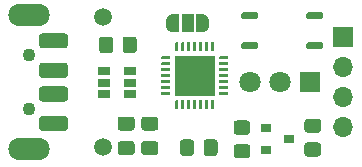
<source format=gts>
G04 #@! TF.GenerationSoftware,KiCad,Pcbnew,5.1.9+dfsg1-1+deb11u1*
G04 #@! TF.CreationDate,2023-08-09T03:16:42+03:00*
G04 #@! TF.ProjectId,PTT-USB-Cable,5054542d-5553-4422-9d43-61626c652e6b,A*
G04 #@! TF.SameCoordinates,Original*
G04 #@! TF.FileFunction,Soldermask,Top*
G04 #@! TF.FilePolarity,Negative*
%FSLAX46Y46*%
G04 Gerber Fmt 4.6, Leading zero omitted, Abs format (unit mm)*
G04 Created by KiCad (PCBNEW 5.1.9+dfsg1-1+deb11u1) date 2023-08-09 03:16:42*
%MOMM*%
%LPD*%
G01*
G04 APERTURE LIST*
%ADD10C,1.500000*%
%ADD11R,1.700000X1.700000*%
%ADD12O,1.700000X1.700000*%
%ADD13O,3.500000X1.900000*%
%ADD14C,1.100000*%
%ADD15R,3.350000X3.350000*%
%ADD16C,0.100000*%
%ADD17R,1.000000X1.500000*%
%ADD18C,1.800000*%
%ADD19R,1.800000X1.800000*%
%ADD20R,0.900000X0.800000*%
%ADD21R,1.060000X0.650000*%
G04 APERTURE END LIST*
G36*
G01*
X75750000Y-101367500D02*
X75750000Y-101092500D01*
G75*
G02*
X75887500Y-100955000I137500J0D01*
G01*
X77062500Y-100955000D01*
G75*
G02*
X77200000Y-101092500I0J-137500D01*
G01*
X77200000Y-101367500D01*
G75*
G02*
X77062500Y-101505000I-137500J0D01*
G01*
X75887500Y-101505000D01*
G75*
G02*
X75750000Y-101367500I0J137500D01*
G01*
G37*
G36*
G01*
X75750000Y-103907500D02*
X75750000Y-103632500D01*
G75*
G02*
X75887500Y-103495000I137500J0D01*
G01*
X77062500Y-103495000D01*
G75*
G02*
X77200000Y-103632500I0J-137500D01*
G01*
X77200000Y-103907500D01*
G75*
G02*
X77062500Y-104045000I-137500J0D01*
G01*
X75887500Y-104045000D01*
G75*
G02*
X75750000Y-103907500I0J137500D01*
G01*
G37*
G36*
G01*
X70250000Y-103907500D02*
X70250000Y-103632500D01*
G75*
G02*
X70387500Y-103495000I137500J0D01*
G01*
X71562500Y-103495000D01*
G75*
G02*
X71700000Y-103632500I0J-137500D01*
G01*
X71700000Y-103907500D01*
G75*
G02*
X71562500Y-104045000I-137500J0D01*
G01*
X70387500Y-104045000D01*
G75*
G02*
X70250000Y-103907500I0J137500D01*
G01*
G37*
G36*
G01*
X70250000Y-101367500D02*
X70250000Y-101092500D01*
G75*
G02*
X70387500Y-100955000I137500J0D01*
G01*
X71562500Y-100955000D01*
G75*
G02*
X71700000Y-101092500I0J-137500D01*
G01*
X71700000Y-101367500D01*
G75*
G02*
X71562500Y-101505000I-137500J0D01*
G01*
X70387500Y-101505000D01*
G75*
G02*
X70250000Y-101367500I0J137500D01*
G01*
G37*
D10*
X58500000Y-112350000D03*
X58500000Y-101350000D03*
D11*
X78900000Y-103000000D03*
D12*
X78900000Y-105540000D03*
X78900000Y-108080000D03*
X78900000Y-110620000D03*
G36*
G01*
X55600000Y-107525000D02*
X55600000Y-108175000D01*
G75*
G02*
X55275000Y-108500000I-325000J0D01*
G01*
X53425000Y-108500000D01*
G75*
G02*
X53100000Y-108175000I0J325000D01*
G01*
X53100000Y-107525000D01*
G75*
G02*
X53425000Y-107200000I325000J0D01*
G01*
X55275000Y-107200000D01*
G75*
G02*
X55600000Y-107525000I0J-325000D01*
G01*
G37*
G36*
G01*
X55600000Y-105525000D02*
X55600000Y-106175000D01*
G75*
G02*
X55275000Y-106500000I-325000J0D01*
G01*
X53425000Y-106500000D01*
G75*
G02*
X53100000Y-106175000I0J325000D01*
G01*
X53100000Y-105525000D01*
G75*
G02*
X53425000Y-105200000I325000J0D01*
G01*
X55275000Y-105200000D01*
G75*
G02*
X55600000Y-105525000I0J-325000D01*
G01*
G37*
G36*
G01*
X55600000Y-110025000D02*
X55600000Y-110675000D01*
G75*
G02*
X55275000Y-111000000I-325000J0D01*
G01*
X53425000Y-111000000D01*
G75*
G02*
X53100000Y-110675000I0J325000D01*
G01*
X53100000Y-110025000D01*
G75*
G02*
X53425000Y-109700000I325000J0D01*
G01*
X55275000Y-109700000D01*
G75*
G02*
X55600000Y-110025000I0J-325000D01*
G01*
G37*
G36*
G01*
X55600000Y-103025000D02*
X55600000Y-103675000D01*
G75*
G02*
X55275000Y-104000000I-325000J0D01*
G01*
X53425000Y-104000000D01*
G75*
G02*
X53100000Y-103675000I0J325000D01*
G01*
X53100000Y-103025000D01*
G75*
G02*
X53425000Y-102700000I325000J0D01*
G01*
X55275000Y-102700000D01*
G75*
G02*
X55600000Y-103025000I0J-325000D01*
G01*
G37*
D13*
X52300000Y-112550000D03*
X52300000Y-101150000D03*
D14*
X52300000Y-109150000D03*
X52300000Y-104550000D03*
D15*
X66300000Y-106300000D03*
G36*
G01*
X64675000Y-104187500D02*
X64675000Y-103512500D01*
G75*
G02*
X64737500Y-103450000I62500J0D01*
G01*
X64862500Y-103450000D01*
G75*
G02*
X64925000Y-103512500I0J-62500D01*
G01*
X64925000Y-104187500D01*
G75*
G02*
X64862500Y-104250000I-62500J0D01*
G01*
X64737500Y-104250000D01*
G75*
G02*
X64675000Y-104187500I0J62500D01*
G01*
G37*
G36*
G01*
X65175000Y-104187500D02*
X65175000Y-103512500D01*
G75*
G02*
X65237500Y-103450000I62500J0D01*
G01*
X65362500Y-103450000D01*
G75*
G02*
X65425000Y-103512500I0J-62500D01*
G01*
X65425000Y-104187500D01*
G75*
G02*
X65362500Y-104250000I-62500J0D01*
G01*
X65237500Y-104250000D01*
G75*
G02*
X65175000Y-104187500I0J62500D01*
G01*
G37*
G36*
G01*
X65675000Y-104187500D02*
X65675000Y-103512500D01*
G75*
G02*
X65737500Y-103450000I62500J0D01*
G01*
X65862500Y-103450000D01*
G75*
G02*
X65925000Y-103512500I0J-62500D01*
G01*
X65925000Y-104187500D01*
G75*
G02*
X65862500Y-104250000I-62500J0D01*
G01*
X65737500Y-104250000D01*
G75*
G02*
X65675000Y-104187500I0J62500D01*
G01*
G37*
G36*
G01*
X66175000Y-104187500D02*
X66175000Y-103512500D01*
G75*
G02*
X66237500Y-103450000I62500J0D01*
G01*
X66362500Y-103450000D01*
G75*
G02*
X66425000Y-103512500I0J-62500D01*
G01*
X66425000Y-104187500D01*
G75*
G02*
X66362500Y-104250000I-62500J0D01*
G01*
X66237500Y-104250000D01*
G75*
G02*
X66175000Y-104187500I0J62500D01*
G01*
G37*
G36*
G01*
X66675000Y-104187500D02*
X66675000Y-103512500D01*
G75*
G02*
X66737500Y-103450000I62500J0D01*
G01*
X66862500Y-103450000D01*
G75*
G02*
X66925000Y-103512500I0J-62500D01*
G01*
X66925000Y-104187500D01*
G75*
G02*
X66862500Y-104250000I-62500J0D01*
G01*
X66737500Y-104250000D01*
G75*
G02*
X66675000Y-104187500I0J62500D01*
G01*
G37*
G36*
G01*
X67175000Y-104187500D02*
X67175000Y-103512500D01*
G75*
G02*
X67237500Y-103450000I62500J0D01*
G01*
X67362500Y-103450000D01*
G75*
G02*
X67425000Y-103512500I0J-62500D01*
G01*
X67425000Y-104187500D01*
G75*
G02*
X67362500Y-104250000I-62500J0D01*
G01*
X67237500Y-104250000D01*
G75*
G02*
X67175000Y-104187500I0J62500D01*
G01*
G37*
G36*
G01*
X67675000Y-104187500D02*
X67675000Y-103512500D01*
G75*
G02*
X67737500Y-103450000I62500J0D01*
G01*
X67862500Y-103450000D01*
G75*
G02*
X67925000Y-103512500I0J-62500D01*
G01*
X67925000Y-104187500D01*
G75*
G02*
X67862500Y-104250000I-62500J0D01*
G01*
X67737500Y-104250000D01*
G75*
G02*
X67675000Y-104187500I0J62500D01*
G01*
G37*
G36*
G01*
X68350000Y-104862500D02*
X68350000Y-104737500D01*
G75*
G02*
X68412500Y-104675000I62500J0D01*
G01*
X69087500Y-104675000D01*
G75*
G02*
X69150000Y-104737500I0J-62500D01*
G01*
X69150000Y-104862500D01*
G75*
G02*
X69087500Y-104925000I-62500J0D01*
G01*
X68412500Y-104925000D01*
G75*
G02*
X68350000Y-104862500I0J62500D01*
G01*
G37*
G36*
G01*
X68350000Y-105362500D02*
X68350000Y-105237500D01*
G75*
G02*
X68412500Y-105175000I62500J0D01*
G01*
X69087500Y-105175000D01*
G75*
G02*
X69150000Y-105237500I0J-62500D01*
G01*
X69150000Y-105362500D01*
G75*
G02*
X69087500Y-105425000I-62500J0D01*
G01*
X68412500Y-105425000D01*
G75*
G02*
X68350000Y-105362500I0J62500D01*
G01*
G37*
G36*
G01*
X68350000Y-105862500D02*
X68350000Y-105737500D01*
G75*
G02*
X68412500Y-105675000I62500J0D01*
G01*
X69087500Y-105675000D01*
G75*
G02*
X69150000Y-105737500I0J-62500D01*
G01*
X69150000Y-105862500D01*
G75*
G02*
X69087500Y-105925000I-62500J0D01*
G01*
X68412500Y-105925000D01*
G75*
G02*
X68350000Y-105862500I0J62500D01*
G01*
G37*
G36*
G01*
X68350000Y-106362500D02*
X68350000Y-106237500D01*
G75*
G02*
X68412500Y-106175000I62500J0D01*
G01*
X69087500Y-106175000D01*
G75*
G02*
X69150000Y-106237500I0J-62500D01*
G01*
X69150000Y-106362500D01*
G75*
G02*
X69087500Y-106425000I-62500J0D01*
G01*
X68412500Y-106425000D01*
G75*
G02*
X68350000Y-106362500I0J62500D01*
G01*
G37*
G36*
G01*
X68350000Y-106862500D02*
X68350000Y-106737500D01*
G75*
G02*
X68412500Y-106675000I62500J0D01*
G01*
X69087500Y-106675000D01*
G75*
G02*
X69150000Y-106737500I0J-62500D01*
G01*
X69150000Y-106862500D01*
G75*
G02*
X69087500Y-106925000I-62500J0D01*
G01*
X68412500Y-106925000D01*
G75*
G02*
X68350000Y-106862500I0J62500D01*
G01*
G37*
G36*
G01*
X68350000Y-107362500D02*
X68350000Y-107237500D01*
G75*
G02*
X68412500Y-107175000I62500J0D01*
G01*
X69087500Y-107175000D01*
G75*
G02*
X69150000Y-107237500I0J-62500D01*
G01*
X69150000Y-107362500D01*
G75*
G02*
X69087500Y-107425000I-62500J0D01*
G01*
X68412500Y-107425000D01*
G75*
G02*
X68350000Y-107362500I0J62500D01*
G01*
G37*
G36*
G01*
X68350000Y-107862500D02*
X68350000Y-107737500D01*
G75*
G02*
X68412500Y-107675000I62500J0D01*
G01*
X69087500Y-107675000D01*
G75*
G02*
X69150000Y-107737500I0J-62500D01*
G01*
X69150000Y-107862500D01*
G75*
G02*
X69087500Y-107925000I-62500J0D01*
G01*
X68412500Y-107925000D01*
G75*
G02*
X68350000Y-107862500I0J62500D01*
G01*
G37*
G36*
G01*
X67675000Y-109087500D02*
X67675000Y-108412500D01*
G75*
G02*
X67737500Y-108350000I62500J0D01*
G01*
X67862500Y-108350000D01*
G75*
G02*
X67925000Y-108412500I0J-62500D01*
G01*
X67925000Y-109087500D01*
G75*
G02*
X67862500Y-109150000I-62500J0D01*
G01*
X67737500Y-109150000D01*
G75*
G02*
X67675000Y-109087500I0J62500D01*
G01*
G37*
G36*
G01*
X67175000Y-109087500D02*
X67175000Y-108412500D01*
G75*
G02*
X67237500Y-108350000I62500J0D01*
G01*
X67362500Y-108350000D01*
G75*
G02*
X67425000Y-108412500I0J-62500D01*
G01*
X67425000Y-109087500D01*
G75*
G02*
X67362500Y-109150000I-62500J0D01*
G01*
X67237500Y-109150000D01*
G75*
G02*
X67175000Y-109087500I0J62500D01*
G01*
G37*
G36*
G01*
X66675000Y-109087500D02*
X66675000Y-108412500D01*
G75*
G02*
X66737500Y-108350000I62500J0D01*
G01*
X66862500Y-108350000D01*
G75*
G02*
X66925000Y-108412500I0J-62500D01*
G01*
X66925000Y-109087500D01*
G75*
G02*
X66862500Y-109150000I-62500J0D01*
G01*
X66737500Y-109150000D01*
G75*
G02*
X66675000Y-109087500I0J62500D01*
G01*
G37*
G36*
G01*
X66175000Y-109087500D02*
X66175000Y-108412500D01*
G75*
G02*
X66237500Y-108350000I62500J0D01*
G01*
X66362500Y-108350000D01*
G75*
G02*
X66425000Y-108412500I0J-62500D01*
G01*
X66425000Y-109087500D01*
G75*
G02*
X66362500Y-109150000I-62500J0D01*
G01*
X66237500Y-109150000D01*
G75*
G02*
X66175000Y-109087500I0J62500D01*
G01*
G37*
G36*
G01*
X65675000Y-109087500D02*
X65675000Y-108412500D01*
G75*
G02*
X65737500Y-108350000I62500J0D01*
G01*
X65862500Y-108350000D01*
G75*
G02*
X65925000Y-108412500I0J-62500D01*
G01*
X65925000Y-109087500D01*
G75*
G02*
X65862500Y-109150000I-62500J0D01*
G01*
X65737500Y-109150000D01*
G75*
G02*
X65675000Y-109087500I0J62500D01*
G01*
G37*
G36*
G01*
X65175000Y-109087500D02*
X65175000Y-108412500D01*
G75*
G02*
X65237500Y-108350000I62500J0D01*
G01*
X65362500Y-108350000D01*
G75*
G02*
X65425000Y-108412500I0J-62500D01*
G01*
X65425000Y-109087500D01*
G75*
G02*
X65362500Y-109150000I-62500J0D01*
G01*
X65237500Y-109150000D01*
G75*
G02*
X65175000Y-109087500I0J62500D01*
G01*
G37*
G36*
G01*
X64675000Y-109087500D02*
X64675000Y-108412500D01*
G75*
G02*
X64737500Y-108350000I62500J0D01*
G01*
X64862500Y-108350000D01*
G75*
G02*
X64925000Y-108412500I0J-62500D01*
G01*
X64925000Y-109087500D01*
G75*
G02*
X64862500Y-109150000I-62500J0D01*
G01*
X64737500Y-109150000D01*
G75*
G02*
X64675000Y-109087500I0J62500D01*
G01*
G37*
G36*
G01*
X63450000Y-107862500D02*
X63450000Y-107737500D01*
G75*
G02*
X63512500Y-107675000I62500J0D01*
G01*
X64187500Y-107675000D01*
G75*
G02*
X64250000Y-107737500I0J-62500D01*
G01*
X64250000Y-107862500D01*
G75*
G02*
X64187500Y-107925000I-62500J0D01*
G01*
X63512500Y-107925000D01*
G75*
G02*
X63450000Y-107862500I0J62500D01*
G01*
G37*
G36*
G01*
X63450000Y-107362500D02*
X63450000Y-107237500D01*
G75*
G02*
X63512500Y-107175000I62500J0D01*
G01*
X64187500Y-107175000D01*
G75*
G02*
X64250000Y-107237500I0J-62500D01*
G01*
X64250000Y-107362500D01*
G75*
G02*
X64187500Y-107425000I-62500J0D01*
G01*
X63512500Y-107425000D01*
G75*
G02*
X63450000Y-107362500I0J62500D01*
G01*
G37*
G36*
G01*
X63450000Y-106862500D02*
X63450000Y-106737500D01*
G75*
G02*
X63512500Y-106675000I62500J0D01*
G01*
X64187500Y-106675000D01*
G75*
G02*
X64250000Y-106737500I0J-62500D01*
G01*
X64250000Y-106862500D01*
G75*
G02*
X64187500Y-106925000I-62500J0D01*
G01*
X63512500Y-106925000D01*
G75*
G02*
X63450000Y-106862500I0J62500D01*
G01*
G37*
G36*
G01*
X63450000Y-106362500D02*
X63450000Y-106237500D01*
G75*
G02*
X63512500Y-106175000I62500J0D01*
G01*
X64187500Y-106175000D01*
G75*
G02*
X64250000Y-106237500I0J-62500D01*
G01*
X64250000Y-106362500D01*
G75*
G02*
X64187500Y-106425000I-62500J0D01*
G01*
X63512500Y-106425000D01*
G75*
G02*
X63450000Y-106362500I0J62500D01*
G01*
G37*
G36*
G01*
X63450000Y-105862500D02*
X63450000Y-105737500D01*
G75*
G02*
X63512500Y-105675000I62500J0D01*
G01*
X64187500Y-105675000D01*
G75*
G02*
X64250000Y-105737500I0J-62500D01*
G01*
X64250000Y-105862500D01*
G75*
G02*
X64187500Y-105925000I-62500J0D01*
G01*
X63512500Y-105925000D01*
G75*
G02*
X63450000Y-105862500I0J62500D01*
G01*
G37*
G36*
G01*
X63450000Y-105362500D02*
X63450000Y-105237500D01*
G75*
G02*
X63512500Y-105175000I62500J0D01*
G01*
X64187500Y-105175000D01*
G75*
G02*
X64250000Y-105237500I0J-62500D01*
G01*
X64250000Y-105362500D01*
G75*
G02*
X64187500Y-105425000I-62500J0D01*
G01*
X63512500Y-105425000D01*
G75*
G02*
X63450000Y-105362500I0J62500D01*
G01*
G37*
G36*
G01*
X63450000Y-104862500D02*
X63450000Y-104737500D01*
G75*
G02*
X63512500Y-104675000I62500J0D01*
G01*
X64187500Y-104675000D01*
G75*
G02*
X64250000Y-104737500I0J-62500D01*
G01*
X64250000Y-104862500D01*
G75*
G02*
X64187500Y-104925000I-62500J0D01*
G01*
X63512500Y-104925000D01*
G75*
G02*
X63450000Y-104862500I0J62500D01*
G01*
G37*
D16*
G36*
X64400000Y-102599398D02*
G01*
X64375466Y-102599398D01*
X64326635Y-102594588D01*
X64278510Y-102585016D01*
X64231555Y-102570772D01*
X64186222Y-102551995D01*
X64142949Y-102528864D01*
X64102150Y-102501604D01*
X64064221Y-102470476D01*
X64029524Y-102435779D01*
X63998396Y-102397850D01*
X63971136Y-102357051D01*
X63948005Y-102313778D01*
X63929228Y-102268445D01*
X63914984Y-102221490D01*
X63905412Y-102173365D01*
X63900602Y-102124534D01*
X63900602Y-102100000D01*
X63900000Y-102100000D01*
X63900000Y-101600000D01*
X63900602Y-101600000D01*
X63900602Y-101575466D01*
X63905412Y-101526635D01*
X63914984Y-101478510D01*
X63929228Y-101431555D01*
X63948005Y-101386222D01*
X63971136Y-101342949D01*
X63998396Y-101302150D01*
X64029524Y-101264221D01*
X64064221Y-101229524D01*
X64102150Y-101198396D01*
X64142949Y-101171136D01*
X64186222Y-101148005D01*
X64231555Y-101129228D01*
X64278510Y-101114984D01*
X64326635Y-101105412D01*
X64375466Y-101100602D01*
X64400000Y-101100602D01*
X64400000Y-101100000D01*
X64950000Y-101100000D01*
X64950000Y-102600000D01*
X64400000Y-102600000D01*
X64400000Y-102599398D01*
G37*
D17*
X65700000Y-101850000D03*
D16*
G36*
X66450000Y-101100000D02*
G01*
X67000000Y-101100000D01*
X67000000Y-101100602D01*
X67024534Y-101100602D01*
X67073365Y-101105412D01*
X67121490Y-101114984D01*
X67168445Y-101129228D01*
X67213778Y-101148005D01*
X67257051Y-101171136D01*
X67297850Y-101198396D01*
X67335779Y-101229524D01*
X67370476Y-101264221D01*
X67401604Y-101302150D01*
X67428864Y-101342949D01*
X67451995Y-101386222D01*
X67470772Y-101431555D01*
X67485016Y-101478510D01*
X67494588Y-101526635D01*
X67499398Y-101575466D01*
X67499398Y-101600000D01*
X67500000Y-101600000D01*
X67500000Y-102100000D01*
X67499398Y-102100000D01*
X67499398Y-102124534D01*
X67494588Y-102173365D01*
X67485016Y-102221490D01*
X67470772Y-102268445D01*
X67451995Y-102313778D01*
X67428864Y-102357051D01*
X67401604Y-102397850D01*
X67370476Y-102435779D01*
X67335779Y-102470476D01*
X67297850Y-102501604D01*
X67257051Y-102528864D01*
X67213778Y-102551995D01*
X67168445Y-102570772D01*
X67121490Y-102585016D01*
X67073365Y-102594588D01*
X67024534Y-102599398D01*
X67000000Y-102599398D01*
X67000000Y-102600000D01*
X66450000Y-102600000D01*
X66450000Y-101100000D01*
G37*
G36*
G01*
X60025000Y-111850000D02*
X60975000Y-111850000D01*
G75*
G02*
X61225000Y-112100000I0J-250000D01*
G01*
X61225000Y-112775000D01*
G75*
G02*
X60975000Y-113025000I-250000J0D01*
G01*
X60025000Y-113025000D01*
G75*
G02*
X59775000Y-112775000I0J250000D01*
G01*
X59775000Y-112100000D01*
G75*
G02*
X60025000Y-111850000I250000J0D01*
G01*
G37*
G36*
G01*
X60025000Y-109775000D02*
X60975000Y-109775000D01*
G75*
G02*
X61225000Y-110025000I0J-250000D01*
G01*
X61225000Y-110700000D01*
G75*
G02*
X60975000Y-110950000I-250000J0D01*
G01*
X60025000Y-110950000D01*
G75*
G02*
X59775000Y-110700000I0J250000D01*
G01*
X59775000Y-110025000D01*
G75*
G02*
X60025000Y-109775000I250000J0D01*
G01*
G37*
G36*
G01*
X62025000Y-111850000D02*
X62975000Y-111850000D01*
G75*
G02*
X63225000Y-112100000I0J-250000D01*
G01*
X63225000Y-112775000D01*
G75*
G02*
X62975000Y-113025000I-250000J0D01*
G01*
X62025000Y-113025000D01*
G75*
G02*
X61775000Y-112775000I0J250000D01*
G01*
X61775000Y-112100000D01*
G75*
G02*
X62025000Y-111850000I250000J0D01*
G01*
G37*
G36*
G01*
X62025000Y-109775000D02*
X62975000Y-109775000D01*
G75*
G02*
X63225000Y-110025000I0J-250000D01*
G01*
X63225000Y-110700000D01*
G75*
G02*
X62975000Y-110950000I-250000J0D01*
G01*
X62025000Y-110950000D01*
G75*
G02*
X61775000Y-110700000I0J250000D01*
G01*
X61775000Y-110025000D01*
G75*
G02*
X62025000Y-109775000I250000J0D01*
G01*
G37*
D18*
X71020000Y-106800000D03*
X73560000Y-106800000D03*
D19*
X76100000Y-106800000D03*
D20*
X74300000Y-111650000D03*
X72300000Y-112600000D03*
X72300000Y-110700000D03*
G36*
G01*
X66250000Y-111949999D02*
X66250000Y-112850001D01*
G75*
G02*
X66000001Y-113100000I-249999J0D01*
G01*
X65299999Y-113100000D01*
G75*
G02*
X65050000Y-112850001I0J249999D01*
G01*
X65050000Y-111949999D01*
G75*
G02*
X65299999Y-111700000I249999J0D01*
G01*
X66000001Y-111700000D01*
G75*
G02*
X66250000Y-111949999I0J-249999D01*
G01*
G37*
G36*
G01*
X68250000Y-111949999D02*
X68250000Y-112850001D01*
G75*
G02*
X68000001Y-113100000I-249999J0D01*
G01*
X67299999Y-113100000D01*
G75*
G02*
X67050000Y-112850001I0J249999D01*
G01*
X67050000Y-111949999D01*
G75*
G02*
X67299999Y-111700000I249999J0D01*
G01*
X68000001Y-111700000D01*
G75*
G02*
X68250000Y-111949999I0J-249999D01*
G01*
G37*
G36*
G01*
X60200000Y-104150001D02*
X60200000Y-103249999D01*
G75*
G02*
X60449999Y-103000000I249999J0D01*
G01*
X61150001Y-103000000D01*
G75*
G02*
X61400000Y-103249999I0J-249999D01*
G01*
X61400000Y-104150001D01*
G75*
G02*
X61150001Y-104400000I-249999J0D01*
G01*
X60449999Y-104400000D01*
G75*
G02*
X60200000Y-104150001I0J249999D01*
G01*
G37*
G36*
G01*
X58200000Y-104150001D02*
X58200000Y-103249999D01*
G75*
G02*
X58449999Y-103000000I249999J0D01*
G01*
X59150001Y-103000000D01*
G75*
G02*
X59400000Y-103249999I0J-249999D01*
G01*
X59400000Y-104150001D01*
G75*
G02*
X59150001Y-104400000I-249999J0D01*
G01*
X58449999Y-104400000D01*
G75*
G02*
X58200000Y-104150001I0J249999D01*
G01*
G37*
G36*
G01*
X69849999Y-112100000D02*
X70750001Y-112100000D01*
G75*
G02*
X71000000Y-112349999I0J-249999D01*
G01*
X71000000Y-113050001D01*
G75*
G02*
X70750001Y-113300000I-249999J0D01*
G01*
X69849999Y-113300000D01*
G75*
G02*
X69600000Y-113050001I0J249999D01*
G01*
X69600000Y-112349999D01*
G75*
G02*
X69849999Y-112100000I249999J0D01*
G01*
G37*
G36*
G01*
X69849999Y-110100000D02*
X70750001Y-110100000D01*
G75*
G02*
X71000000Y-110349999I0J-249999D01*
G01*
X71000000Y-111050001D01*
G75*
G02*
X70750001Y-111300000I-249999J0D01*
G01*
X69849999Y-111300000D01*
G75*
G02*
X69600000Y-111050001I0J249999D01*
G01*
X69600000Y-110349999D01*
G75*
G02*
X69849999Y-110100000I249999J0D01*
G01*
G37*
G36*
G01*
X75849999Y-111950000D02*
X76750001Y-111950000D01*
G75*
G02*
X77000000Y-112199999I0J-249999D01*
G01*
X77000000Y-112900001D01*
G75*
G02*
X76750001Y-113150000I-249999J0D01*
G01*
X75849999Y-113150000D01*
G75*
G02*
X75600000Y-112900001I0J249999D01*
G01*
X75600000Y-112199999D01*
G75*
G02*
X75849999Y-111950000I249999J0D01*
G01*
G37*
G36*
G01*
X75849999Y-109950000D02*
X76750001Y-109950000D01*
G75*
G02*
X77000000Y-110199999I0J-249999D01*
G01*
X77000000Y-110900001D01*
G75*
G02*
X76750001Y-111150000I-249999J0D01*
G01*
X75849999Y-111150000D01*
G75*
G02*
X75600000Y-110900001I0J249999D01*
G01*
X75600000Y-110199999D01*
G75*
G02*
X75849999Y-109950000I249999J0D01*
G01*
G37*
D21*
X60800000Y-106900000D03*
X60800000Y-105950000D03*
X60800000Y-107850000D03*
X58600000Y-107850000D03*
X58600000Y-106900000D03*
X58600000Y-105950000D03*
M02*

</source>
